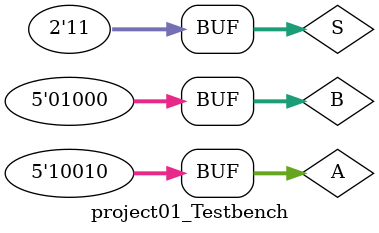
<source format=v>
module  project01_Testbench ();

reg [4:0]A;
reg [4:0]B;
reg [1:0]S;
wire [4:0]R;


project01 test(R, A, B,S);


initial begin
A[4:0] =5'b00100 ;
B[4:0] =5'b00100 ;  
S[1:0] =2'b00 ;  

#20;
A[4:0] =5'b10100 ;
B[4:0] =5'b00100 ; 
S[1:0] =2'b10 ;  

#20
A[4:0] =5'b00100 ;
B[4:0] =5'b10100 ;
S[1:0] =2'b01 ;   

#20;
A[4:0] =5'b10010 ;
B[4:0] =5'b01000 ; 
S[1:0] =2'b11 ;  

#20;
end

initial begin

$monitor("time  = %2d , A = %5b ,B = %5b , S = %2b , R = %5b",$time, A,B,S,R);

end

endmodule

</source>
